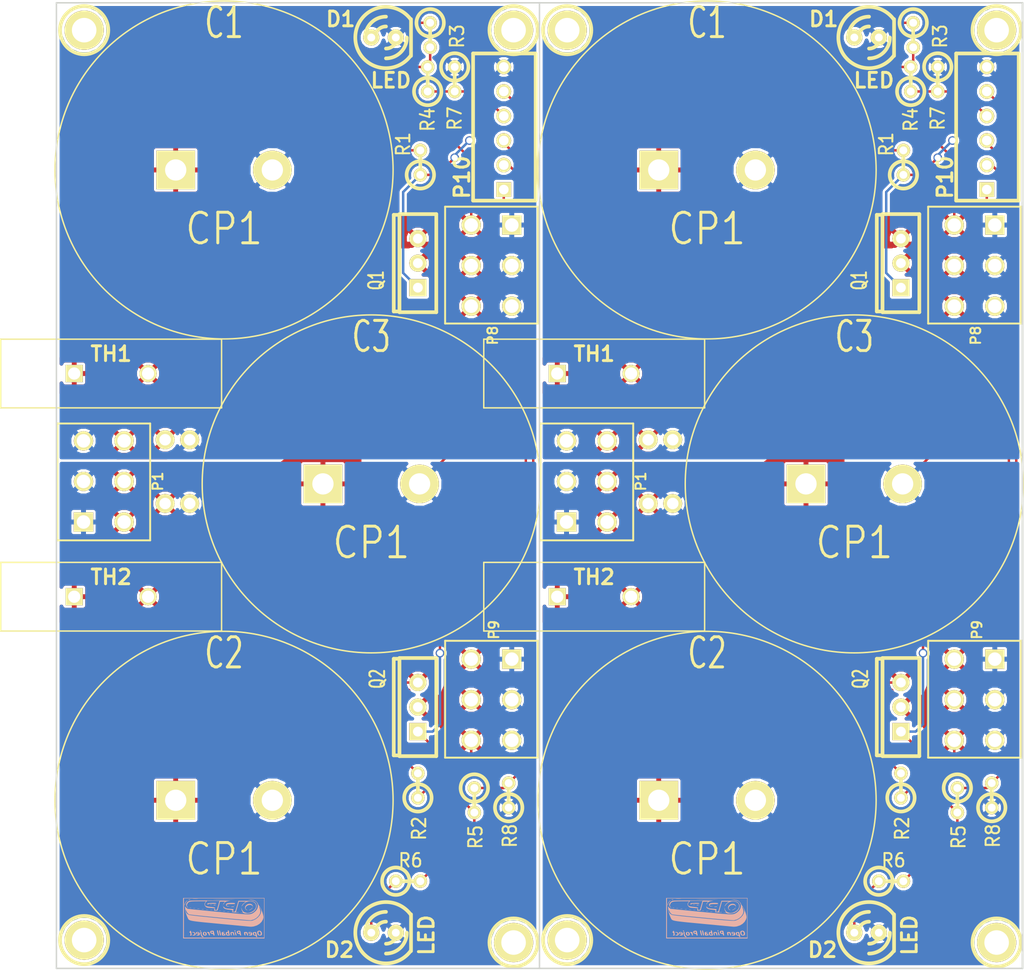
<source format=kicad_pcb>
(kicad_pcb (version 3) (host pcbnew "(2013-07-07 BZR 4022)-stable")
  (title_block (title "Solenoid Driver (Gen 2)") (rev -) (company "Open Pinball Project"))
  (layers (15 F.Cu signal) (0 B.Cu signal) (18 B.Paste user) (19 F.Paste user) (20 B.SilkS user) (21 F.SilkS user) (22 B.Mask user) (23 F.Mask user) (28 Edge.Cuts user))
  (net 0 "")
  (net 1 +48V1)
  (net 2 +48V2)
  (net 3 GND1)
  (net 4 GND2)
  (net 5 N-000001)
  (net 6 N-0000010)
  (net 7 N-0000011)
  (net 8 N-0000012)
  (net 9 N-000002)
  (net 10 N-000003)
  (net 11 N-000004)
  (net 12 N-000005)
  (net 13 N-000007)
  (net 14 N-000008)
  (module opp_logo_backsilk (layer F.Cu) (at 167.348 144.78)
    (fp_text reference VAL hide)
    (fp_text value REF hide)
  )
  (module R1 (layer F.Cu) (at 191.224 57.912 270)
    (fp_text reference R7 (at 4.064 0 270) (layer F.SilkS) (effects (font (size 1.397 1.27) (thickness 0.2032))))
    (fp_text value 100K hide)
    (pad 1 thru_hole circle (at -1.27 0 270) (size 1.397 1.397) (drill 0.8128) (layers *.Cu *.Mask F.SilkS) (net 4 GND2))
    (pad 2 thru_hole circle (at 1.27 0 270) (size 1.397 1.397) (drill 0.8128) (layers *.Cu *.Mask F.SilkS) (net 6 N-0000010))
  )
  (module R1 (layer F.Cu) (at 188.43 57.912 90)
    (fp_text reference R4 (at -4.191 0 90) (layer F.SilkS) (effects (font (size 1.397 1.27) (thickness 0.2032))))
    (fp_text value 900K hide)
    (pad 1 thru_hole circle (at -1.27 0 90) (size 1.397 1.397) (drill 0.8128) (layers *.Cu *.Mask F.SilkS) (net 6 N-0000010))
    (pad 2 thru_hole circle (at 1.27 0 90) (size 1.397 1.397) (drill 0.8128) (layers *.Cu *.Mask F.SilkS) (net 12 N-000005))
  )
  (module R1 (layer F.Cu) (at 188.684 53.34 270)
    (fp_text reference R3 (at 0.127 -2.794 270) (layer F.SilkS) (effects (font (size 1.397 1.27) (thickness 0.2032))))
    (fp_text value 100K hide)
    (pad 1 thru_hole circle (at -1.27 0 270) (size 1.397 1.397) (drill 0.8128) (layers *.Cu *.Mask F.SilkS) (net 9 N-000002))
    (pad 2 thru_hole circle (at 1.27 0 270) (size 1.397 1.397) (drill 0.8128) (layers *.Cu *.Mask F.SilkS) (net 12 N-000005))
  )
  (module R1 (layer F.Cu) (at 196.812 132.08 90)
    (fp_text reference R8 (at -4.191 0.127 90) (layer F.SilkS) (effects (font (size 1.397 1.27) (thickness 0.2032))))
    (fp_text value 100K hide)
    (pad 1 thru_hole circle (at -1.27 0 90) (size 1.397 1.397) (drill 0.8128) (layers *.Cu *.Mask F.SilkS) (net 3 GND1))
    (pad 2 thru_hole circle (at 1.27 0 90) (size 1.397 1.397) (drill 0.8128) (layers *.Cu *.Mask F.SilkS) (net 7 N-0000011))
  )
  (module R1 (layer F.Cu) (at 193.256 132.588 270)
    (fp_text reference R5 (at 3.81 -0.127 270) (layer F.SilkS) (effects (font (size 1.397 1.27) (thickness 0.2032))))
    (fp_text value 900K hide)
    (pad 1 thru_hole circle (at -1.27 0 270) (size 1.397 1.397) (drill 0.8128) (layers *.Cu *.Mask F.SilkS) (net 7 N-0000011))
    (pad 2 thru_hole circle (at 1.27 0 270) (size 1.397 1.397) (drill 0.8128) (layers *.Cu *.Mask F.SilkS) (net 11 N-000004))
  )
  (module R1 (layer F.Cu) (at 186.398 140.97)
    (fp_text reference R6 (at 0.254 -2.159) (layer F.SilkS) (effects (font (size 1.397 1.27) (thickness 0.2032))))
    (fp_text value 100K hide)
    (pad 1 thru_hole circle (at -1.27 0) (size 1.397 1.397) (drill 0.8128) (layers *.Cu *.Mask F.SilkS) (net 5 N-000001))
    (pad 2 thru_hole circle (at 1.27 0) (size 1.397 1.397) (drill 0.8128) (layers *.Cu *.Mask F.SilkS) (net 11 N-000004))
  )
  (module R1 (layer F.Cu) (at 187.668 66.548 90)
    (fp_text reference R1 (at 1.905 -1.778 90) (layer F.SilkS) (effects (font (size 1.397 1.27) (thickness 0.2032))))
    (fp_text value 100K hide)
    (pad 1 thru_hole circle (at -1.27 0 90) (size 1.397 1.397) (drill 0.8128) (layers *.Cu *.Mask F.SilkS) (net 14 N-000008))
    (pad 2 thru_hole circle (at 1.27 0 90) (size 1.397 1.397) (drill 0.8128) (layers *.Cu *.Mask F.SilkS) (net 10 N-000003))
  )
  (module R1 (layer F.Cu) (at 187.414 131.064 90)
    (fp_text reference R2 (at -4.445 0.127 90) (layer F.SilkS) (effects (font (size 1.397 1.27) (thickness 0.2032))))
    (fp_text value 100K hide)
    (pad 1 thru_hole circle (at -1.27 0 90) (size 1.397 1.397) (drill 0.8128) (layers *.Cu *.Mask F.SilkS) (net 13 N-000007))
    (pad 2 thru_hole circle (at 1.27 0 90) (size 1.397 1.397) (drill 0.8128) (layers *.Cu *.Mask F.SilkS) (net 8 N-0000012))
  )
  (module 00_to220_vert_gds (layer F.Cu) (at 187.414 122.936)
    (fp_text reference Q2 (at -4.191 -2.921 90) (layer F.SilkS) (effects (font (size 1.524 1.016) (thickness 0.2032))))
    (fp_text value MOSFET_P hide)
    (pad S thru_hole circle (at 0 -2.54) (size 1.778 1.778) (drill 1.016) (layers *.Cu *.Mask F.SilkS) (net 8 N-0000012))
    (pad D thru_hole circle (at 0 0) (size 1.778 1.778) (drill 1.016) (layers *.Cu *.Mask F.SilkS) (net 11 N-000004))
    (pad G thru_hole rect (at 0 2.54) (size 1.778 1.778) (drill 1.016) (layers *.Cu *.Mask F.SilkS) (net 13 N-000007))
  )
  (module 00_to220_vert_gds (layer F.Cu) (at 187.414 76.962)
    (fp_text reference Q1 (at -4.318 1.778 90) (layer F.SilkS) (effects (font (size 1.524 1.016) (thickness 0.2032))))
    (fp_text value MOSFET_P hide)
    (pad S thru_hole circle (at 0 -2.54) (size 1.778 1.778) (drill 1.016) (layers *.Cu *.Mask F.SilkS) (net 10 N-000003))
    (pad D thru_hole circle (at 0 0) (size 1.778 1.778) (drill 1.016) (layers *.Cu *.Mask F.SilkS) (net 12 N-000005))
    (pad G thru_hole rect (at 0 2.54) (size 1.778 1.778) (drill 1.016) (layers *.Cu *.Mask F.SilkS) (net 14 N-000008))
  )
  (module 00_th2x3x4.2mm_cheap (layer F.Cu) (at 154.902 99.568 270)
    (fp_text reference P1 (at 0 -5.6007 270) (layer F.SilkS) (effects (font (size 1.016 1.016) (thickness 0.2032))))
    (fp_text value CONN2X3MOLEX hide)
    (pad 1 thru_hole rect (at 4.20116 2.1 270) (size 1.99898 1.99898) (drill 1.39954) (layers *.Cu *.Mask F.SilkS) (net 3 GND1))
    (pad 2 thru_hole circle (at 0 2.1 270) (size 2 2) (drill 1.39954) (layers *.Cu *.Mask F.SilkS) (net 3 GND1))
    (pad 3 thru_hole circle (at -4.20116 2.1 270) (size 1.99898 1.99898) (drill 1.39954) (layers *.Cu *.Mask F.SilkS) (net 4 GND2))
    (pad 4 thru_hole circle (at 4.20116 -2.1 270) (size 1.99898 1.99898) (drill 1.39954) (layers *.Cu *.Mask F.SilkS) (net 1 +48V1))
    (pad 5 thru_hole circle (at 0 -2.1 270) (size 1.99898 1.99898) (drill 1.39954) (layers *.Cu *.Mask F.SilkS) (net 1 +48V1))
    (pad 6 thru_hole circle (at -4.20116 -2.1 270) (size 1.99898 1.99898) (drill 1.39954) (layers *.Cu *.Mask F.SilkS) (net 2 +48V2))
  )
  (module 00_th2x3x4.2mm_cheap (layer F.Cu) (at 195.034 77.216 90)
    (fp_text reference P8 (at -7.239 0.127 90) (layer F.SilkS) (effects (font (size 1.016 1.016) (thickness 0.2032))))
    (fp_text value CONN2X3MOLEX hide)
    (pad 1 thru_hole rect (at 4.20116 2.1 90) (size 1.99898 1.99898) (drill 1.39954) (layers *.Cu *.Mask F.SilkS) (net 4 GND2))
    (pad 2 thru_hole circle (at 0 2.1 90) (size 2 2) (drill 1.39954) (layers *.Cu *.Mask F.SilkS) (net 4 GND2))
    (pad 3 thru_hole circle (at -4.20116 2.1 90) (size 1.99898 1.99898) (drill 1.39954) (layers *.Cu *.Mask F.SilkS) (net 4 GND2))
    (pad 4 thru_hole circle (at 4.20116 -2.1 90) (size 1.99898 1.99898) (drill 1.39954) (layers *.Cu *.Mask F.SilkS) (net 12 N-000005))
    (pad 5 thru_hole circle (at 0 -2.1 90) (size 1.99898 1.99898) (drill 1.39954) (layers *.Cu *.Mask F.SilkS) (net 12 N-000005))
    (pad 6 thru_hole circle (at -4.20116 -2.1 90) (size 1.99898 1.99898) (drill 1.39954) (layers *.Cu *.Mask F.SilkS) (net 12 N-000005))
  )
  (module 00_th2x3x4.2mm_cheap (layer F.Cu) (at 195.034 122.174 90)
    (fp_text reference P9 (at 7.239 0.254 90) (layer F.SilkS) (effects (font (size 1.016 1.016) (thickness 0.2032))))
    (fp_text value CONN2X3MOLEX hide)
    (pad 1 thru_hole rect (at 4.20116 2.1 90) (size 1.99898 1.99898) (drill 1.39954) (layers *.Cu *.Mask F.SilkS) (net 3 GND1))
    (pad 2 thru_hole circle (at 0 2.1 90) (size 2 2) (drill 1.39954) (layers *.Cu *.Mask F.SilkS) (net 3 GND1))
    (pad 3 thru_hole circle (at -4.20116 2.1 90) (size 1.99898 1.99898) (drill 1.39954) (layers *.Cu *.Mask F.SilkS) (net 3 GND1))
    (pad 4 thru_hole circle (at 4.20116 -2.1 90) (size 1.99898 1.99898) (drill 1.39954) (layers *.Cu *.Mask F.SilkS) (net 11 N-000004))
    (pad 5 thru_hole circle (at 0 -2.1 90) (size 1.99898 1.99898) (drill 1.39954) (layers *.Cu *.Mask F.SilkS) (net 11 N-000004))
    (pad 6 thru_hole circle (at -4.20116 -2.1 90) (size 1.99898 1.99898) (drill 1.39954) (layers *.Cu *.Mask F.SilkS) (net 11 N-000004))
  )
  (module 00_th1x6x100-lock (layer F.Cu) (at 196.304 62.992 90)
    (fp_text reference P10 (at -5.08 -4.318 90) (layer F.SilkS) (effects (font (size 1.524 1.524) (thickness 0.3048))))
    (fp_text value CONN_6 hide)
    (pad 1 thru_hole rect (at -6.35 0 90) (size 1.524 1.524) (drill 1.00076) (layers *.Cu *.Mask F.SilkS) (net 3 GND1))
    (pad 2 thru_hole circle (at -3.81 0 90) (size 1.524 1.524) (drill 1.00076) (layers *.Cu *.Mask F.SilkS) (net 13 N-000007))
    (pad 3 thru_hole circle (at -1.27 0 90) (size 1.524 1.524) (drill 1.00076) (layers *.Cu *.Mask F.SilkS) (net 7 N-0000011))
    (pad 4 thru_hole circle (at 1.27 0 90) (size 1.524 1.524) (drill 1.00076) (layers *.Cu *.Mask F.SilkS) (net 6 N-0000010))
    (pad 5 thru_hole circle (at 3.81 0 90) (size 1.524 1.524) (drill 1.00076) (layers *.Cu *.Mask F.SilkS) (net 14 N-000008))
    (pad 6 thru_hole circle (at 6.35 0 90) (size 1.524 1.524) (drill 1.00076) (layers *.Cu *.Mask F.SilkS) (net 4 GND2))
  )
  (module 00_mtg_hole-2-56 (layer F.Cu) (at 152.87 52.832)
    (fp_text reference P12 hide)
    (fp_text value TST hide)
    (pad 1 thru_hole circle (at 0 0) (size 4.064 4.064) (drill 2.54) (layers *.Cu *.Mask F.SilkS))
  )
  (module 00_mtg_hole-2-56 (layer F.Cu) (at 152.87 147.066)
    (fp_text reference P11 hide)
    (fp_text value TST hide)
    (pad 1 thru_hole circle (at 0 0) (size 4.064 4.064) (drill 2.54) (layers *.Cu *.Mask F.SilkS))
  )
  (module 00_mtg_hole-2-56 (layer F.Cu) (at 197.32 147.32)
    (fp_text reference P13 hide)
    (fp_text value TST hide)
    (pad 1 thru_hole circle (at 0 0) (size 4.064 4.064) (drill 2.54) (layers *.Cu *.Mask F.SilkS))
  )
  (module 00_mtg_hole-2-56 (layer F.Cu) (at 197.32 52.832)
    (fp_text reference P14 hide)
    (fp_text value TST hide)
    (pad 1 thru_hole circle (at 0 0) (size 4.064 4.064) (drill 2.54) (layers *.Cu *.Mask F.SilkS))
  )
  (module 00_mtg_hole-18awg (layer F.Cu) (at 161.252 95.25)
    (fp_text reference P4 hide)
    (fp_text value TST hide)
    (pad 1 thru_hole circle (at 0 0) (size 1.9558 1.9558) (drill 1.1938) (layers *.Cu *.Mask F.SilkS) (net 2 +48V2))
  )
  (module 00_mtg_hole-18awg (layer F.Cu) (at 161.252 101.854)
    (fp_text reference P7 hide)
    (fp_text value TST hide)
    (pad 1 thru_hole circle (at 0 0) (size 1.9558 1.9558) (drill 1.1938) (layers *.Cu *.Mask F.SilkS) (net 1 +48V1))
  )
  (module 00_led-5mm (layer F.Cu) (at 183.858 146.304)
    (fp_text reference D2 (at -4.572 1.778) (layer F.SilkS) (effects (font (size 1.524 1.524) (thickness 0.3048))))
    (fp_text value LED (at 4.445 0.254 90) (layer F.SilkS) (effects (font (size 1.524 1.524) (thickness 0.3048))))
    (pad 1 thru_hole circle (at -1.27 0) (size 1.6764 1.6764) (drill 0.8128) (layers *.Cu *.Mask F.SilkS) (net 5 N-000001))
    (pad 2 thru_hole circle (at 1.27 0) (size 1.6764 1.6764) (drill 0.8128) (layers *.Cu *.Mask F.SilkS) (net 3 GND1))
  )
  (module 00_led-5mm (layer F.Cu) (at 183.858 53.594)
    (fp_text reference D1 (at -4.445 -1.905) (layer F.SilkS) (effects (font (size 1.524 1.524) (thickness 0.3048))))
    (fp_text value LED (at 0.762 4.445) (layer F.SilkS) (effects (font (size 1.524 1.524) (thickness 0.3048))))
    (pad 1 thru_hole circle (at -1.27 0) (size 1.6764 1.6764) (drill 0.8128) (layers *.Cu *.Mask F.SilkS) (net 9 N-000002))
    (pad 2 thru_hole circle (at 1.27 0) (size 1.6764 1.6764) (drill 0.8128) (layers *.Cu *.Mask F.SilkS) (net 4 GND2))
  )
  (module 00_c10mm_3.5cm (layer F.Cu) (at 167.348 132.588)
    (fp_text reference C2 (at 0 -15.24) (layer F.SilkS) (effects (font (size 3.12166 2.0447) (thickness 0.3048))))
    (fp_text value CP1 (at 0 6.096) (layer F.SilkS) (effects (font (size 3.16992 2.70764) (thickness 0.3048))))
    (pad 2 thru_hole circle (at 5.00126 0) (size 4.0005 4.0005) (drill 2.19964) (layers *.Cu *.Mask F.SilkS) (net 3 GND1))
    (pad 1 thru_hole rect (at -5.00126 0) (size 4.0005 4.0005) (drill 2.19964) (layers *.Cu *.Mask F.SilkS) (net 8 N-0000012))
  )
  (module 00_c10mm_3.5cm (layer F.Cu) (at 167.348 67.31)
    (fp_text reference C1 (at 0 -15.24) (layer F.SilkS) (effects (font (size 3.12166 2.0447) (thickness 0.3048))))
    (fp_text value CP1 (at 0 6.096) (layer F.SilkS) (effects (font (size 3.16992 2.70764) (thickness 0.3048))))
    (pad 2 thru_hole circle (at 5.00126 0) (size 4.0005 4.0005) (drill 2.19964) (layers *.Cu *.Mask F.SilkS) (net 4 GND2))
    (pad 1 thru_hole rect (at -5.00126 0) (size 4.0005 4.0005) (drill 2.19964) (layers *.Cu *.Mask F.SilkS) (net 10 N-000003))
  )
  (module 00_c10mm_3.5cm (layer F.Cu) (at 182.588 99.822)
    (fp_text reference C3 (at 0 -15.24) (layer F.SilkS) (effects (font (size 3.12166 2.0447) (thickness 0.3048))))
    (fp_text value CP1 (at 0 6.096) (layer F.SilkS) (effects (font (size 3.16992 2.70764) (thickness 0.3048))))
    (pad 2 thru_hole circle (at 5.00126 0) (size 4.0005 4.0005) (drill 2.19964) (layers *.Cu *.Mask F.SilkS) (net 3 GND1))
    (pad 1 thru_hole rect (at -5.00126 0) (size 4.0005 4.0005) (drill 2.19964) (layers *.Cu *.Mask F.SilkS) (net 8 N-0000012))
  )
  (module 00_th1x2x310 (layer F.Cu) (at 155.664 111.506)
    (fp_text reference TH2 (at 0 -2.032) (layer F.SilkS) (effects (font (size 1.524 1.524) (thickness 0.3048))))
    (fp_text value THERMISTOR hide)
    (pad 1 thru_hole rect (at -3.8227 0) (size 1.778 1.778) (drill 1.27) (layers *.Cu *.Mask F.SilkS) (net 1 +48V1))
    (pad 2 thru_hole circle (at 3.8227 0) (size 1.778 1.778) (drill 1.27) (layers *.Cu *.Mask F.SilkS) (net 8 N-0000012))
  )
  (module 00_th1x2x310 (layer F.Cu) (at 155.664 88.392)
    (fp_text reference TH1 (at 0 -2.032) (layer F.SilkS) (effects (font (size 1.524 1.524) (thickness 0.3048))))
    (fp_text value THERMISTOR hide)
    (pad 1 thru_hole rect (at -3.8227 0) (size 1.778 1.778) (drill 1.27) (layers *.Cu *.Mask F.SilkS) (net 2 +48V2))
    (pad 2 thru_hole circle (at 3.8227 0) (size 1.778 1.778) (drill 1.27) (layers *.Cu *.Mask F.SilkS) (net 10 N-000003))
  )
  (module 00_mtg_hole-18awg (layer F.Cu) (at 163.792 95.25)
    (fp_text reference P15 hide)
    (fp_text value TST hide)
    (pad 1 thru_hole circle (at 0 0) (size 1.9558 1.9558) (drill 1.1938) (layers *.Cu *.Mask F.SilkS) (net 4 GND2))
  )
  (module 00_mtg_hole-18awg (layer F.Cu) (at 163.792 101.854)
    (fp_text reference P16 hide)
    (fp_text value TST hide)
    (pad 1 thru_hole circle (at 0 0) (size 1.9558 1.9558) (drill 1.1938) (layers *.Cu *.Mask F.SilkS) (net 3 GND1))
  )
  (module opp_logo_backsilk (layer F.Cu) (at 117.348 144.78)
    (fp_text reference VAL hide)
    (fp_text value REF hide)
  )
  (module R1 (layer F.Cu) (at 141.224 57.912 270)
    (fp_text reference R7 (at 4.064 0 270) (layer F.SilkS) (effects (font (size 1.397 1.27) (thickness 0.2032))))
    (fp_text value 100K hide)
    (pad 1 thru_hole circle (at -1.27 0 270) (size 1.397 1.397) (drill 0.8128) (layers *.Cu *.Mask F.SilkS) (net 4 GND2))
    (pad 2 thru_hole circle (at 1.27 0 270) (size 1.397 1.397) (drill 0.8128) (layers *.Cu *.Mask F.SilkS) (net 6 N-0000010))
  )
  (module R1 (layer F.Cu) (at 138.43 57.912 90)
    (fp_text reference R4 (at -4.191 0 90) (layer F.SilkS) (effects (font (size 1.397 1.27) (thickness 0.2032))))
    (fp_text value 900K hide)
    (pad 1 thru_hole circle (at -1.27 0 90) (size 1.397 1.397) (drill 0.8128) (layers *.Cu *.Mask F.SilkS) (net 6 N-0000010))
    (pad 2 thru_hole circle (at 1.27 0 90) (size 1.397 1.397) (drill 0.8128) (layers *.Cu *.Mask F.SilkS) (net 12 N-000005))
  )
  (module R1 (layer F.Cu) (at 138.684 53.34 270)
    (fp_text reference R3 (at 0.127 -2.794 270) (layer F.SilkS) (effects (font (size 1.397 1.27) (thickness 0.2032))))
    (fp_text value 100K hide)
    (pad 1 thru_hole circle (at -1.27 0 270) (size 1.397 1.397) (drill 0.8128) (layers *.Cu *.Mask F.SilkS) (net 9 N-000002))
    (pad 2 thru_hole circle (at 1.27 0 270) (size 1.397 1.397) (drill 0.8128) (layers *.Cu *.Mask F.SilkS) (net 12 N-000005))
  )
  (module R1 (layer F.Cu) (at 146.812 132.08 90)
    (fp_text reference R8 (at -4.191 0.127 90) (layer F.SilkS) (effects (font (size 1.397 1.27) (thickness 0.2032))))
    (fp_text value 100K hide)
    (pad 1 thru_hole circle (at -1.27 0 90) (size 1.397 1.397) (drill 0.8128) (layers *.Cu *.Mask F.SilkS) (net 3 GND1))
    (pad 2 thru_hole circle (at 1.27 0 90) (size 1.397 1.397) (drill 0.8128) (layers *.Cu *.Mask F.SilkS) (net 7 N-0000011))
  )
  (module R1 (layer F.Cu) (at 143.256 132.588 270)
    (fp_text reference R5 (at 3.81 -0.127 270) (layer F.SilkS) (effects (font (size 1.397 1.27) (thickness 0.2032))))
    (fp_text value 900K hide)
    (pad 1 thru_hole circle (at -1.27 0 270) (size 1.397 1.397) (drill 0.8128) (layers *.Cu *.Mask F.SilkS) (net 7 N-0000011))
    (pad 2 thru_hole circle (at 1.27 0 270) (size 1.397 1.397) (drill 0.8128) (layers *.Cu *.Mask F.SilkS) (net 11 N-000004))
  )
  (module R1 (layer F.Cu) (at 136.398 140.97)
    (fp_text reference R6 (at 0.254 -2.159) (layer F.SilkS) (effects (font (size 1.397 1.27) (thickness 0.2032))))
    (fp_text value 100K hide)
    (pad 1 thru_hole circle (at -1.27 0) (size 1.397 1.397) (drill 0.8128) (layers *.Cu *.Mask F.SilkS) (net 5 N-000001))
    (pad 2 thru_hole circle (at 1.27 0) (size 1.397 1.397) (drill 0.8128) (layers *.Cu *.Mask F.SilkS) (net 11 N-000004))
  )
  (module R1 (layer F.Cu) (at 137.668 66.548 90)
    (fp_text reference R1 (at 1.905 -1.778 90) (layer F.SilkS) (effects (font (size 1.397 1.27) (thickness 0.2032))))
    (fp_text value 100K hide)
    (pad 1 thru_hole circle (at -1.27 0 90) (size 1.397 1.397) (drill 0.8128) (layers *.Cu *.Mask F.SilkS) (net 14 N-000008))
    (pad 2 thru_hole circle (at 1.27 0 90) (size 1.397 1.397) (drill 0.8128) (layers *.Cu *.Mask F.SilkS) (net 10 N-000003))
  )
  (module R1 (layer F.Cu) (at 137.414 131.064 90)
    (fp_text reference R2 (at -4.445 0.127 90) (layer F.SilkS) (effects (font (size 1.397 1.27) (thickness 0.2032))))
    (fp_text value 100K hide)
    (pad 1 thru_hole circle (at -1.27 0 90) (size 1.397 1.397) (drill 0.8128) (layers *.Cu *.Mask F.SilkS) (net 13 N-000007))
    (pad 2 thru_hole circle (at 1.27 0 90) (size 1.397 1.397) (drill 0.8128) (layers *.Cu *.Mask F.SilkS) (net 8 N-0000012))
  )
  (module 00_to220_vert_gds (layer F.Cu) (at 137.414 122.936)
    (fp_text reference Q2 (at -4.191 -2.921 90) (layer F.SilkS) (effects (font (size 1.524 1.016) (thickness 0.2032))))
    (fp_text value MOSFET_P hide)
    (pad S thru_hole circle (at 0 -2.54) (size 1.778 1.778) (drill 1.016) (layers *.Cu *.Mask F.SilkS) (net 8 N-0000012))
    (pad D thru_hole circle (at 0 0) (size 1.778 1.778) (drill 1.016) (layers *.Cu *.Mask F.SilkS) (net 11 N-000004))
    (pad G thru_hole rect (at 0 2.54) (size 1.778 1.778) (drill 1.016) (layers *.Cu *.Mask F.SilkS) (net 13 N-000007))
  )
  (module 00_to220_vert_gds (layer F.Cu) (at 137.414 76.962)
    (fp_text reference Q1 (at -4.318 1.778 90) (layer F.SilkS) (effects (font (size 1.524 1.016) (thickness 0.2032))))
    (fp_text value MOSFET_P hide)
    (pad S thru_hole circle (at 0 -2.54) (size 1.778 1.778) (drill 1.016) (layers *.Cu *.Mask F.SilkS) (net 10 N-000003))
    (pad D thru_hole circle (at 0 0) (size 1.778 1.778) (drill 1.016) (layers *.Cu *.Mask F.SilkS) (net 12 N-000005))
    (pad G thru_hole rect (at 0 2.54) (size 1.778 1.778) (drill 1.016) (layers *.Cu *.Mask F.SilkS) (net 14 N-000008))
  )
  (module 00_th2x3x4.2mm_cheap (layer F.Cu) (at 104.902 99.568 270)
    (fp_text reference P1 (at 0 -5.6007 270) (layer F.SilkS) (effects (font (size 1.016 1.016) (thickness 0.2032))))
    (fp_text value CONN2X3MOLEX hide)
    (pad 1 thru_hole rect (at 4.20116 2.1 270) (size 1.99898 1.99898) (drill 1.39954) (layers *.Cu *.Mask F.SilkS) (net 3 GND1))
    (pad 2 thru_hole circle (at 0 2.1 270) (size 2 2) (drill 1.39954) (layers *.Cu *.Mask F.SilkS) (net 3 GND1))
    (pad 3 thru_hole circle (at -4.20116 2.1 270) (size 1.99898 1.99898) (drill 1.39954) (layers *.Cu *.Mask F.SilkS) (net 4 GND2))
    (pad 4 thru_hole circle (at 4.20116 -2.1 270) (size 1.99898 1.99898) (drill 1.39954) (layers *.Cu *.Mask F.SilkS) (net 1 +48V1))
    (pad 5 thru_hole circle (at 0 -2.1 270) (size 1.99898 1.99898) (drill 1.39954) (layers *.Cu *.Mask F.SilkS) (net 1 +48V1))
    (pad 6 thru_hole circle (at -4.20116 -2.1 270) (size 1.99898 1.99898) (drill 1.39954) (layers *.Cu *.Mask F.SilkS) (net 2 +48V2))
  )
  (module 00_th2x3x4.2mm_cheap (layer F.Cu) (at 145.034 77.216 90)
    (fp_text reference P8 (at -7.239 0.127 90) (layer F.SilkS) (effects (font (size 1.016 1.016) (thickness 0.2032))))
    (fp_text value CONN2X3MOLEX hide)
    (pad 1 thru_hole rect (at 4.20116 2.1 90) (size 1.99898 1.99898) (drill 1.39954) (layers *.Cu *.Mask F.SilkS) (net 4 GND2))
    (pad 2 thru_hole circle (at 0 2.1 90) (size 2 2) (drill 1.39954) (layers *.Cu *.Mask F.SilkS) (net 4 GND2))
    (pad 3 thru_hole circle (at -4.20116 2.1 90) (size 1.99898 1.99898) (drill 1.39954) (layers *.Cu *.Mask F.SilkS) (net 4 GND2))
    (pad 4 thru_hole circle (at 4.20116 -2.1 90) (size 1.99898 1.99898) (drill 1.39954) (layers *.Cu *.Mask F.SilkS) (net 12 N-000005))
    (pad 5 thru_hole circle (at 0 -2.1 90) (size 1.99898 1.99898) (drill 1.39954) (layers *.Cu *.Mask F.SilkS) (net 12 N-000005))
    (pad 6 thru_hole circle (at -4.20116 -2.1 90) (size 1.99898 1.99898) (drill 1.39954) (layers *.Cu *.Mask F.SilkS) (net 12 N-000005))
  )
  (module 00_th2x3x4.2mm_cheap (layer F.Cu) (at 145.034 122.174 90)
    (fp_text reference P9 (at 7.239 0.254 90) (layer F.SilkS) (effects (font (size 1.016 1.016) (thickness 0.2032))))
    (fp_text value CONN2X3MOLEX hide)
    (pad 1 thru_hole rect (at 4.20116 2.1 90) (size 1.99898 1.99898) (drill 1.39954) (layers *.Cu *.Mask F.SilkS) (net 3 GND1))
    (pad 2 thru_hole circle (at 0 2.1 90) (size 2 2) (drill 1.39954) (layers *.Cu *.Mask F.SilkS) (net 3 GND1))
    (pad 3 thru_hole circle (at -4.20116 2.1 90) (size 1.99898 1.99898) (drill 1.39954) (layers *.Cu *.Mask F.SilkS) (net 3 GND1))
    (pad 4 thru_hole circle (at 4.20116 -2.1 90) (size 1.99898 1.99898) (drill 1.39954) (layers *.Cu *.Mask F.SilkS) (net 11 N-000004))
    (pad 5 thru_hole circle (at 0 -2.1 90) (size 1.99898 1.99898) (drill 1.39954) (layers *.Cu *.Mask F.SilkS) (net 11 N-000004))
    (pad 6 thru_hole circle (at -4.20116 -2.1 90) (size 1.99898 1.99898) (drill 1.39954) (layers *.Cu *.Mask F.SilkS) (net 11 N-000004))
  )
  (module 00_th1x6x100-lock (layer F.Cu) (at 146.304 62.992 90)
    (fp_text reference P10 (at -5.08 -4.318 90) (layer F.SilkS) (effects (font (size 1.524 1.524) (thickness 0.3048))))
    (fp_text value CONN_6 hide)
    (pad 1 thru_hole rect (at -6.35 0 90) (size 1.524 1.524) (drill 1.00076) (layers *.Cu *.Mask F.SilkS) (net 3 GND1))
    (pad 2 thru_hole circle (at -3.81 0 90) (size 1.524 1.524) (drill 1.00076) (layers *.Cu *.Mask F.SilkS) (net 13 N-000007))
    (pad 3 thru_hole circle (at -1.27 0 90) (size 1.524 1.524) (drill 1.00076) (layers *.Cu *.Mask F.SilkS) (net 7 N-0000011))
    (pad 4 thru_hole circle (at 1.27 0 90) (size 1.524 1.524) (drill 1.00076) (layers *.Cu *.Mask F.SilkS) (net 6 N-0000010))
    (pad 5 thru_hole circle (at 3.81 0 90) (size 1.524 1.524) (drill 1.00076) (layers *.Cu *.Mask F.SilkS) (net 14 N-000008))
    (pad 6 thru_hole circle (at 6.35 0 90) (size 1.524 1.524) (drill 1.00076) (layers *.Cu *.Mask F.SilkS) (net 4 GND2))
  )
  (module 00_mtg_hole-2-56 (layer F.Cu) (at 102.87 52.832)
    (fp_text reference P12 hide)
    (fp_text value TST hide)
    (pad 1 thru_hole circle (at 0 0) (size 4.064 4.064) (drill 2.54) (layers *.Cu *.Mask F.SilkS))
  )
  (module 00_mtg_hole-2-56 (layer F.Cu) (at 102.87 147.066)
    (fp_text reference P11 hide)
    (fp_text value TST hide)
    (pad 1 thru_hole circle (at 0 0) (size 4.064 4.064) (drill 2.54) (layers *.Cu *.Mask F.SilkS))
  )
  (module 00_mtg_hole-2-56 (layer F.Cu) (at 147.32 147.32)
    (fp_text reference P13 hide)
    (fp_text value TST hide)
    (pad 1 thru_hole circle (at 0 0) (size 4.064 4.064) (drill 2.54) (layers *.Cu *.Mask F.SilkS))
  )
  (module 00_mtg_hole-2-56 (layer F.Cu) (at 147.32 52.832)
    (fp_text reference P14 hide)
    (fp_text value TST hide)
    (pad 1 thru_hole circle (at 0 0) (size 4.064 4.064) (drill 2.54) (layers *.Cu *.Mask F.SilkS))
  )
  (module 00_mtg_hole-18awg (layer F.Cu) (at 111.252 95.25)
    (fp_text reference P4 hide)
    (fp_text value TST hide)
    (pad 1 thru_hole circle (at 0 0) (size 1.9558 1.9558) (drill 1.1938) (layers *.Cu *.Mask F.SilkS) (net 2 +48V2))
  )
  (module 00_mtg_hole-18awg (layer F.Cu) (at 111.252 101.854)
    (fp_text reference P7 hide)
    (fp_text value TST hide)
    (pad 1 thru_hole circle (at 0 0) (size 1.9558 1.9558) (drill 1.1938) (layers *.Cu *.Mask F.SilkS) (net 1 +48V1))
  )
  (module 00_led-5mm (layer F.Cu) (at 133.858 146.304)
    (fp_text reference D2 (at -4.572 1.778) (layer F.SilkS) (effects (font (size 1.524 1.524) (thickness 0.3048))))
    (fp_text value LED (at 4.445 0.254 90) (layer F.SilkS) (effects (font (size 1.524 1.524) (thickness 0.3048))))
    (pad 1 thru_hole circle (at -1.27 0) (size 1.6764 1.6764) (drill 0.8128) (layers *.Cu *.Mask F.SilkS) (net 5 N-000001))
    (pad 2 thru_hole circle (at 1.27 0) (size 1.6764 1.6764) (drill 0.8128) (layers *.Cu *.Mask F.SilkS) (net 3 GND1))
  )
  (module 00_led-5mm (layer F.Cu) (at 133.858 53.594)
    (fp_text reference D1 (at -4.445 -1.905) (layer F.SilkS) (effects (font (size 1.524 1.524) (thickness 0.3048))))
    (fp_text value LED (at 0.762 4.445) (layer F.SilkS) (effects (font (size 1.524 1.524) (thickness 0.3048))))
    (pad 1 thru_hole circle (at -1.27 0) (size 1.6764 1.6764) (drill 0.8128) (layers *.Cu *.Mask F.SilkS) (net 9 N-000002))
    (pad 2 thru_hole circle (at 1.27 0) (size 1.6764 1.6764) (drill 0.8128) (layers *.Cu *.Mask F.SilkS) (net 4 GND2))
  )
  (module 00_c10mm_3.5cm (layer F.Cu) (at 117.348 132.588)
    (fp_text reference C2 (at 0 -15.24) (layer F.SilkS) (effects (font (size 3.12166 2.0447) (thickness 0.3048))))
    (fp_text value CP1 (at 0 6.096) (layer F.SilkS) (effects (font (size 3.16992 2.70764) (thickness 0.3048))))
    (pad 2 thru_hole circle (at 5.00126 0) (size 4.0005 4.0005) (drill 2.19964) (layers *.Cu *.Mask F.SilkS) (net 3 GND1))
    (pad 1 thru_hole rect (at -5.00126 0) (size 4.0005 4.0005) (drill 2.19964) (layers *.Cu *.Mask F.SilkS) (net 8 N-0000012))
  )
  (module 00_c10mm_3.5cm (layer F.Cu) (at 117.348 67.31)
    (fp_text reference C1 (at 0 -15.24) (layer F.SilkS) (effects (font (size 3.12166 2.0447) (thickness 0.3048))))
    (fp_text value CP1 (at 0 6.096) (layer F.SilkS) (effects (font (size 3.16992 2.70764) (thickness 0.3048))))
    (pad 2 thru_hole circle (at 5.00126 0) (size 4.0005 4.0005) (drill 2.19964) (layers *.Cu *.Mask F.SilkS) (net 4 GND2))
    (pad 1 thru_hole rect (at -5.00126 0) (size 4.0005 4.0005) (drill 2.19964) (layers *.Cu *.Mask F.SilkS) (net 10 N-000003))
  )
  (module 00_c10mm_3.5cm (layer F.Cu) (at 132.588 99.822)
    (fp_text reference C3 (at 0 -15.24) (layer F.SilkS) (effects (font (size 3.12166 2.0447) (thickness 0.3048))))
    (fp_text value CP1 (at 0 6.096) (layer F.SilkS) (effects (font (size 3.16992 2.70764) (thickness 0.3048))))
    (pad 2 thru_hole circle (at 5.00126 0) (size 4.0005 4.0005) (drill 2.19964) (layers *.Cu *.Mask F.SilkS) (net 3 GND1))
    (pad 1 thru_hole rect (at -5.00126 0) (size 4.0005 4.0005) (drill 2.19964) (layers *.Cu *.Mask F.SilkS) (net 8 N-0000012))
  )
  (module 00_th1x2x310 (layer F.Cu) (at 105.664 111.506)
    (fp_text reference TH2 (at 0 -2.032) (layer F.SilkS) (effects (font (size 1.524 1.524) (thickness 0.3048))))
    (fp_text value THERMISTOR hide)
    (pad 1 thru_hole rect (at -3.8227 0) (size 1.778 1.778) (drill 1.27) (layers *.Cu *.Mask F.SilkS) (net 1 +48V1))
    (pad 2 thru_hole circle (at 3.8227 0) (size 1.778 1.778) (drill 1.27) (layers *.Cu *.Mask F.SilkS) (net 8 N-0000012))
  )
  (module 00_th1x2x310 (layer F.Cu) (at 105.664 88.392)
    (fp_text reference TH1 (at 0 -2.032) (layer F.SilkS) (effects (font (size 1.524 1.524) (thickness 0.3048))))
    (fp_text value THERMISTOR hide)
    (pad 1 thru_hole rect (at -3.8227 0) (size 1.778 1.778) (drill 1.27) (layers *.Cu *.Mask F.SilkS) (net 2 +48V2))
    (pad 2 thru_hole circle (at 3.8227 0) (size 1.778 1.778) (drill 1.27) (layers *.Cu *.Mask F.SilkS) (net 10 N-000003))
  )
  (module 00_mtg_hole-18awg (layer F.Cu) (at 113.792 95.25)
    (fp_text reference P15 hide)
    (fp_text value TST hide)
    (pad 1 thru_hole circle (at 0 0) (size 1.9558 1.9558) (drill 1.1938) (layers *.Cu *.Mask F.SilkS) (net 4 GND2))
  )
  (module 00_mtg_hole-18awg (layer F.Cu) (at 113.792 101.854)
    (fp_text reference P16 hide)
    (fp_text value TST hide)
    (pad 1 thru_hole circle (at 0 0) (size 1.9558 1.9558) (drill 1.1938) (layers *.Cu *.Mask F.SilkS) (net 3 GND1))
  )
  (gr_line (start 150 150) (end 150 50) (angle 90) (layer Edge.Cuts) (width 0.15))
  (gr_line (start 100 150) (end 200 150) (angle 90) (layer Edge.Cuts) (width 0.15))
  (gr_line (start 100 50) (end 100 150) (angle 90) (layer Edge.Cuts) (width 0.15))
  (gr_line (start 200 50) (end 100 50) (angle 90) (layer Edge.Cuts) (width 0.15))
  (gr_line (start 200 50) (end 200 150) (angle 90) (layer Edge.Cuts) (width 0.15))
  (gr_line (start 200 50) (end 200 150) (angle 90) (layer Edge.Cuts) (width 0.15))
  (gr_line (start 200 50) (end 200 150) (angle 90) (layer Edge.Cuts) (width 0.15))
  (gr_text 1018.0 (at 167.094 148.336) (layer F.Cu) (effects (font (size 1.016 1.016) (thickness 0.254))))
  (gr_text 1018.0 (at 117.094 148.336) (layer F.Cu) (effects (font (size 1.016 1.016) (thickness 0.254))))
  (segment (start 196.304 69.342) (end 196.304 70.358) (width 0.254) (layer F.Cu) (net 3))
  (segment (start 195.542 91.86926) (end 187.58926 99.822) (width 0.254) (layer F.Cu) (net 3))
  (segment (start 195.542 71.12) (end 195.542 91.86926) (width 0.254) (layer F.Cu) (net 3))
  (segment (start 196.304 70.358) (end 195.542 71.12) (width 0.254) (layer F.Cu) (net 3))
  (segment (start 146.304 69.342) (end 146.304 70.358) (width 0.254) (layer F.Cu) (net 3))
  (segment (start 145.542 91.86926) (end 137.58926 99.822) (width 0.254) (layer F.Cu) (net 3))
  (segment (start 145.542 71.12) (end 145.542 91.86926) (width 0.254) (layer F.Cu) (net 3))
  (segment (start 146.304 70.358) (end 145.542 71.12) (width 0.254) (layer F.Cu) (net 3))
  (segment (start 185.128 140.97) (end 182.588 143.51) (width 0.254) (layer F.Cu) (net 5))
  (segment (start 182.588 143.51) (end 182.588 146.304) (width 0.254) (layer F.Cu) (net 5))
  (segment (start 135.128 140.97) (end 132.588 143.51) (width 0.254) (layer F.Cu) (net 5))
  (segment (start 132.588 143.51) (end 132.588 146.304) (width 0.254) (layer F.Cu) (net 5))
  (segment (start 191.224 59.182) (end 193.764 59.182) (width 0.254) (layer F.Cu) (net 6))
  (segment (start 193.764 59.182) (end 196.304 61.722) (width 0.254) (layer F.Cu) (net 6))
  (segment (start 188.43 59.182) (end 191.224 59.182) (width 0.254) (layer F.Cu) (net 6))
  (segment (start 141.224 59.182) (end 143.764 59.182) (width 0.254) (layer F.Cu) (net 6))
  (segment (start 143.764 59.182) (end 146.304 61.722) (width 0.254) (layer F.Cu) (net 6))
  (segment (start 138.43 59.182) (end 141.224 59.182) (width 0.254) (layer F.Cu) (net 6))
  (segment (start 196.304 64.262) (end 196.304 64.516) (width 0.254) (layer F.Cu) (net 7))
  (segment (start 199.352 128.27) (end 196.812 130.81) (width 0.254) (layer F.Cu) (net 7))
  (segment (start 199.352 67.564) (end 199.352 128.27) (width 0.254) (layer F.Cu) (net 7))
  (segment (start 196.304 64.516) (end 199.352 67.564) (width 0.254) (layer F.Cu) (net 7))
  (segment (start 193.256 131.318) (end 196.304 131.318) (width 0.254) (layer F.Cu) (net 7))
  (segment (start 196.304 131.318) (end 196.812 130.81) (width 0.254) (layer F.Cu) (net 7))
  (segment (start 146.304 64.262) (end 146.304 64.516) (width 0.254) (layer F.Cu) (net 7))
  (segment (start 149.352 128.27) (end 146.812 130.81) (width 0.254) (layer F.Cu) (net 7))
  (segment (start 149.352 67.564) (end 149.352 128.27) (width 0.254) (layer F.Cu) (net 7))
  (segment (start 146.304 64.516) (end 149.352 67.564) (width 0.254) (layer F.Cu) (net 7))
  (segment (start 143.256 131.318) (end 146.304 131.318) (width 0.254) (layer F.Cu) (net 7))
  (segment (start 146.304 131.318) (end 146.812 130.81) (width 0.254) (layer F.Cu) (net 7))
  (segment (start 187.414 120.396) (end 185.89 120.396) (width 0.254) (layer F.Cu) (net 8))
  (segment (start 184.874 127.254) (end 187.414 129.794) (width 0.254) (layer F.Cu) (net 8))
  (segment (start 184.874 121.412) (end 184.874 127.254) (width 0.254) (layer F.Cu) (net 8))
  (segment (start 185.89 120.396) (end 184.874 121.412) (width 0.254) (layer F.Cu) (net 8))
  (segment (start 137.414 120.396) (end 135.89 120.396) (width 0.254) (layer F.Cu) (net 8))
  (segment (start 134.874 127.254) (end 137.414 129.794) (width 0.254) (layer F.Cu) (net 8))
  (segment (start 134.874 121.412) (end 134.874 127.254) (width 0.254) (layer F.Cu) (net 8))
  (segment (start 135.89 120.396) (end 134.874 121.412) (width 0.254) (layer F.Cu) (net 8))
  (segment (start 188.684 52.07) (end 184.112 52.07) (width 0.254) (layer F.Cu) (net 9))
  (segment (start 184.112 52.07) (end 182.588 53.594) (width 0.254) (layer F.Cu) (net 9))
  (segment (start 138.684 52.07) (end 134.112 52.07) (width 0.254) (layer F.Cu) (net 9))
  (segment (start 134.112 52.07) (end 132.588 53.594) (width 0.254) (layer F.Cu) (net 9))
  (segment (start 188.938 75.057) (end 188.049 75.057) (width 0.635) (layer F.Cu) (net 10))
  (segment (start 188.049 75.057) (end 187.414 74.422) (width 0.635) (layer F.Cu) (net 10))
  (segment (start 185.255 75.057) (end 186.779 75.057) (width 0.635) (layer F.Cu) (net 10))
  (segment (start 186.779 75.057) (end 187.414 74.422) (width 0.635) (layer F.Cu) (net 10))
  (segment (start 187.414 74.422) (end 185.128 72.136) (width 0.254) (layer F.Cu) (net 10))
  (segment (start 186.144 65.278) (end 187.668 65.278) (width 0.254) (layer F.Cu) (net 10))
  (segment (start 185.128 66.294) (end 186.144 65.278) (width 0.254) (layer F.Cu) (net 10))
  (segment (start 185.128 72.136) (end 185.128 66.294) (width 0.254) (layer F.Cu) (net 10))
  (segment (start 138.938 75.057) (end 138.049 75.057) (width 0.635) (layer F.Cu) (net 10))
  (segment (start 138.049 75.057) (end 137.414 74.422) (width 0.635) (layer F.Cu) (net 10))
  (segment (start 135.255 75.057) (end 136.779 75.057) (width 0.635) (layer F.Cu) (net 10))
  (segment (start 136.779 75.057) (end 137.414 74.422) (width 0.635) (layer F.Cu) (net 10))
  (segment (start 137.414 74.422) (end 135.128 72.136) (width 0.254) (layer F.Cu) (net 10))
  (segment (start 136.144 65.278) (end 137.668 65.278) (width 0.254) (layer F.Cu) (net 10))
  (segment (start 135.128 66.294) (end 136.144 65.278) (width 0.254) (layer F.Cu) (net 10))
  (segment (start 135.128 72.136) (end 135.128 66.294) (width 0.254) (layer F.Cu) (net 10))
  (segment (start 193.256 133.858) (end 193.256 135.382) (width 0.254) (layer F.Cu) (net 11))
  (segment (start 193.256 135.382) (end 187.668 140.97) (width 0.254) (layer F.Cu) (net 11))
  (segment (start 192.934 126.37516) (end 192.934 128.338) (width 0.254) (layer F.Cu) (net 11))
  (segment (start 191.224 131.826) (end 193.256 133.858) (width 0.254) (layer F.Cu) (net 11))
  (segment (start 191.224 130.048) (end 191.224 131.826) (width 0.254) (layer F.Cu) (net 11))
  (segment (start 192.934 128.338) (end 191.224 130.048) (width 0.254) (layer F.Cu) (net 11))
  (segment (start 143.256 133.858) (end 143.256 135.382) (width 0.254) (layer F.Cu) (net 11))
  (segment (start 143.256 135.382) (end 137.668 140.97) (width 0.254) (layer F.Cu) (net 11))
  (segment (start 142.934 126.37516) (end 142.934 128.338) (width 0.254) (layer F.Cu) (net 11))
  (segment (start 141.224 131.826) (end 143.256 133.858) (width 0.254) (layer F.Cu) (net 11))
  (segment (start 141.224 130.048) (end 141.224 131.826) (width 0.254) (layer F.Cu) (net 11))
  (segment (start 142.934 128.338) (end 141.224 130.048) (width 0.254) (layer F.Cu) (net 11))
  (segment (start 190.081 76.2) (end 188.176 76.2) (width 0.635) (layer F.Cu) (net 12))
  (segment (start 188.176 76.2) (end 187.414 76.962) (width 0.635) (layer F.Cu) (net 12))
  (segment (start 192.934 73.01484) (end 192.934 66.226) (width 0.254) (layer F.Cu) (net 12))
  (segment (start 187.414 56.642) (end 188.43 56.642) (width 0.254) (layer F.Cu) (net 12))
  (segment (start 185.89 58.166) (end 187.414 56.642) (width 0.254) (layer F.Cu) (net 12))
  (segment (start 185.89 60.198) (end 185.89 58.166) (width 0.254) (layer F.Cu) (net 12))
  (segment (start 187.668 61.976) (end 185.89 60.198) (width 0.254) (layer F.Cu) (net 12))
  (segment (start 188.684 61.976) (end 187.668 61.976) (width 0.254) (layer F.Cu) (net 12))
  (segment (start 192.934 66.226) (end 188.684 61.976) (width 0.254) (layer F.Cu) (net 12))
  (segment (start 188.684 54.61) (end 188.684 56.388) (width 0.254) (layer F.Cu) (net 12))
  (segment (start 188.684 56.388) (end 188.43 56.642) (width 0.254) (layer F.Cu) (net 12))
  (segment (start 140.081 76.2) (end 138.176 76.2) (width 0.635) (layer F.Cu) (net 12))
  (segment (start 138.176 76.2) (end 137.414 76.962) (width 0.635) (layer F.Cu) (net 12))
  (segment (start 142.934 73.01484) (end 142.934 66.226) (width 0.254) (layer F.Cu) (net 12))
  (segment (start 137.414 56.642) (end 138.43 56.642) (width 0.254) (layer F.Cu) (net 12))
  (segment (start 135.89 58.166) (end 137.414 56.642) (width 0.254) (layer F.Cu) (net 12))
  (segment (start 135.89 60.198) (end 135.89 58.166) (width 0.254) (layer F.Cu) (net 12))
  (segment (start 137.668 61.976) (end 135.89 60.198) (width 0.254) (layer F.Cu) (net 12))
  (segment (start 138.684 61.976) (end 137.668 61.976) (width 0.254) (layer F.Cu) (net 12))
  (segment (start 142.934 66.226) (end 138.684 61.976) (width 0.254) (layer F.Cu) (net 12))
  (segment (start 138.684 54.61) (end 138.684 56.388) (width 0.254) (layer F.Cu) (net 12))
  (segment (start 138.684 56.388) (end 138.43 56.642) (width 0.254) (layer F.Cu) (net 12))
  (segment (start 196.304 66.802) (end 196.812 66.802) (width 0.254) (layer F.Cu) (net 13))
  (segment (start 188.938 125.476) (end 187.414 125.476) (width 0.254) (layer B.Cu) (net 13))
  (segment (start 189.7 124.714) (end 188.938 125.476) (width 0.254) (layer B.Cu) (net 13))
  (segment (start 189.7 117.348) (end 189.7 124.714) (width 0.254) (layer B.Cu) (net 13))
  (via (at 189.7 117.348) (size 0.889) (layers F.Cu B.Cu) (net 13))
  (segment (start 189.7 116.332) (end 189.7 117.348) (width 0.254) (layer F.Cu) (net 13))
  (segment (start 198.59 107.442) (end 189.7 116.332) (width 0.254) (layer F.Cu) (net 13))
  (segment (start 198.59 68.58) (end 198.59 107.442) (width 0.254) (layer F.Cu) (net 13))
  (segment (start 196.812 66.802) (end 198.59 68.58) (width 0.254) (layer F.Cu) (net 13))
  (segment (start 187.414 125.476) (end 188.938 127) (width 0.254) (layer F.Cu) (net 13))
  (segment (start 188.938 130.81) (end 187.414 132.334) (width 0.254) (layer F.Cu) (net 13))
  (segment (start 188.938 127) (end 188.938 130.81) (width 0.254) (layer F.Cu) (net 13))
  (segment (start 146.304 66.802) (end 146.812 66.802) (width 0.254) (layer F.Cu) (net 13))
  (segment (start 138.938 125.476) (end 137.414 125.476) (width 0.254) (layer B.Cu) (net 13))
  (segment (start 139.7 124.714) (end 138.938 125.476) (width 0.254) (layer B.Cu) (net 13))
  (segment (start 139.7 117.348) (end 139.7 124.714) (width 0.254) (layer B.Cu) (net 13))
  (via (at 139.7 117.348) (size 0.889) (layers F.Cu B.Cu) (net 13))
  (segment (start 139.7 116.332) (end 139.7 117.348) (width 0.254) (layer F.Cu) (net 13))
  (segment (start 148.59 107.442) (end 139.7 116.332) (width 0.254) (layer F.Cu) (net 13))
  (segment (start 148.59 68.58) (end 148.59 107.442) (width 0.254) (layer F.Cu) (net 13))
  (segment (start 146.812 66.802) (end 148.59 68.58) (width 0.254) (layer F.Cu) (net 13))
  (segment (start 137.414 125.476) (end 138.938 127) (width 0.254) (layer F.Cu) (net 13))
  (segment (start 138.938 130.81) (end 137.414 132.334) (width 0.254) (layer F.Cu) (net 13))
  (segment (start 138.938 127) (end 138.938 130.81) (width 0.254) (layer F.Cu) (net 13))
  (segment (start 196.304 59.182) (end 197.828 60.706) (width 0.254) (layer F.Cu) (net 14))
  (segment (start 189.446 67.818) (end 187.668 67.818) (width 0.254) (layer F.Cu) (net 14))
  (segment (start 191.224 66.04) (end 189.446 67.818) (width 0.254) (layer F.Cu) (net 14))
  (via (at 191.224 66.04) (size 0.889) (layers F.Cu B.Cu) (net 14))
  (segment (start 191.224 65.786) (end 191.224 66.04) (width 0.254) (layer B.Cu) (net 14))
  (segment (start 192.748 64.262) (end 191.224 65.786) (width 0.254) (layer B.Cu) (net 14))
  (via (at 192.748 64.262) (size 0.889) (layers F.Cu B.Cu) (net 14))
  (segment (start 194.018 62.992) (end 192.748 64.262) (width 0.254) (layer F.Cu) (net 14))
  (segment (start 197.32 62.992) (end 194.018 62.992) (width 0.254) (layer F.Cu) (net 14))
  (segment (start 197.828 62.484) (end 197.32 62.992) (width 0.254) (layer F.Cu) (net 14))
  (segment (start 197.828 60.706) (end 197.828 62.484) (width 0.254) (layer F.Cu) (net 14))
  (segment (start 187.668 67.818) (end 187.16 68.326) (width 0.254) (layer B.Cu) (net 14))
  (segment (start 187.16 68.326) (end 185.89 69.596) (width 0.254) (layer B.Cu) (net 14))
  (segment (start 185.89 77.978) (end 187.414 79.502) (width 0.254) (layer B.Cu) (net 14))
  (segment (start 185.89 69.596) (end 185.89 77.978) (width 0.254) (layer B.Cu) (net 14))
  (segment (start 146.304 59.182) (end 147.828 60.706) (width 0.254) (layer F.Cu) (net 14))
  (segment (start 139.446 67.818) (end 137.668 67.818) (width 0.254) (layer F.Cu) (net 14))
  (segment (start 141.224 66.04) (end 139.446 67.818) (width 0.254) (layer F.Cu) (net 14))
  (via (at 141.224 66.04) (size 0.889) (layers F.Cu B.Cu) (net 14))
  (segment (start 141.224 65.786) (end 141.224 66.04) (width 0.254) (layer B.Cu) (net 14))
  (segment (start 142.748 64.262) (end 141.224 65.786) (width 0.254) (layer B.Cu) (net 14))
  (via (at 142.748 64.262) (size 0.889) (layers F.Cu B.Cu) (net 14))
  (segment (start 144.018 62.992) (end 142.748 64.262) (width 0.254) (layer F.Cu) (net 14))
  (segment (start 147.32 62.992) (end 144.018 62.992) (width 0.254) (layer F.Cu) (net 14))
  (segment (start 147.828 62.484) (end 147.32 62.992) (width 0.254) (layer F.Cu) (net 14))
  (segment (start 147.828 60.706) (end 147.828 62.484) (width 0.254) (layer F.Cu) (net 14))
  (segment (start 137.668 67.818) (end 137.16 68.326) (width 0.254) (layer B.Cu) (net 14))
  (segment (start 137.16 68.326) (end 135.89 69.596) (width 0.254) (layer B.Cu) (net 14))
  (segment (start 135.89 77.978) (end 137.414 79.502) (width 0.254) (layer B.Cu) (net 14))
  (segment (start 135.89 69.596) (end 135.89 77.978) (width 0.254) (layer B.Cu) (net 14))
  (zone (net 1) (net_name +48V1) (layer F.Cu) (connect_pads (clearance 0.254)) (min_thickness 0.381) (fill (arc_segments 16) (thermal_gap 0.254) (thermal_bridge_width 0.508))
    (polygon (pts (xy 162.522 104.394) (xy 157.442 108.712) (xy 153.632 114.3) (xy 150.076 114.3) (xy 150.076 108.966) (xy 154.902 104.902) (xy 154.902 97.79) (xy 158.966 97.79) (xy 162.522 99.06)))
  )
  (zone (net 2) (net_name +48V2) (layer F.Cu) (connect_pads (clearance 0.254)) (min_thickness 0.381) (fill (arc_segments 16) (thermal_gap 0.254) (thermal_bridge_width 0.508))
    (polygon (pts (xy 162.522 96.012) (xy 161.506 97.282) (xy 156.172 97.282) (xy 150.076 90.17) (xy 150.076 86.614) (xy 154.902 86.614) (xy 158.458 91.44) (xy 162.522 93.726)))
  )
  (zone (net 8) (net_name N-0000012) (layer F.Cu) (connect_pads (clearance 0.254)) (min_thickness 0.381) (fill (arc_segments 16) (thermal_gap 0.254) (thermal_bridge_width 0.508))
    (polygon (pts (xy 155.41 114.3) (xy 158.712 108.966) (xy 175.476 95.758) (xy 181.572 95.758) (xy 181.572 103.378) (xy 188.938 118.364) (xy 188.938 121.412) (xy 185.636 121.412) (xy 167.602 130.048) (xy 167.602 136.398) (xy 158.458 136.398) (xy 155.41 114.3)))
  )
  (zone (net 11) (net_name N-000004) (layer F.Cu) (connect_pads (clearance 0.254)) (min_thickness 0.381) (fill (arc_segments 16) (thermal_gap 0.254) (thermal_bridge_width 0.508))
    (polygon (pts (xy 195.034 128.016) (xy 191.732 128.016) (xy 189.2174 124.3838) (xy 186.779 124.333) (xy 186.779 121.666) (xy 189.7 121.666) (xy 191.732 116.586) (xy 195.034 116.586)))
  )
  (zone (net 10) (net_name N-000003) (layer F.Cu) (connect_pads (clearance 0.254)) (min_thickness 0.381) (fill (arc_segments 16) (thermal_gap 0.254) (thermal_bridge_width 0.508))
    (polygon (pts (xy 189.192 71.882) (xy 189.192 75.438) (xy 184.112 75.438) (xy 162.268 90.678) (xy 158.458 90.678) (xy 156.426 86.614) (xy 158.712 79.756) (xy 158.712 64.516) (xy 166.586 64.516) (xy 166.586 68.58) (xy 169.634 71.882)))
  )
  (zone (net 4) (net_name GND2) (layer B.Cu) (connect_pads (clearance 0.254)) (min_thickness 0.381) (fill (arc_segments 16) (thermal_gap 0.254) (thermal_bridge_width 0.508))
    (polygon (pts (xy 199.86 97.282) (xy 150.076 97.282) (xy 150.076 50.038) (xy 199.86 50.038)))
  )
  (zone (net 3) (net_name GND1) (layer B.Cu) (connect_pads (clearance 0.254)) (min_thickness 0.381) (fill (arc_segments 16) (thermal_gap 0.254) (thermal_bridge_width 0.508))
    (polygon (pts (xy 199.86 149.86) (xy 150.076 149.86) (xy 150.076 97.536) (xy 199.86 97.536)))
  )
  (zone (net 12) (net_name N-000005) (layer F.Cu) (connect_pads (clearance 0.254)) (min_thickness 0.381) (fill (arc_segments 16) (thermal_gap 0.254) (thermal_bridge_width 0.508))
    (polygon (pts (xy 194.78 82.931) (xy 191.097 82.931) (xy 189.827 78.359) (xy 186.398 78.359) (xy 186.398 75.946) (xy 189.7 75.946) (xy 191.732 71.374) (xy 194.78 71.374)))
  )
  (zone (net 1) (net_name +48V1) (layer F.Cu) (connect_pads (clearance 0.254)) (min_thickness 0.381) (fill (arc_segments 16) (thermal_gap 0.254) (thermal_bridge_width 0.508))
    (polygon (pts (xy 112.522 104.394) (xy 107.442 108.712) (xy 103.632 114.3) (xy 100.076 114.3) (xy 100.076 108.966) (xy 104.902 104.902) (xy 104.902 97.79) (xy 108.966 97.79) (xy 112.522 99.06)))
  )
  (zone (net 2) (net_name +48V2) (layer F.Cu) (connect_pads (clearance 0.254)) (min_thickness 0.381) (fill (arc_segments 16) (thermal_gap 0.254) (thermal_bridge_width 0.508))
    (polygon (pts (xy 112.522 96.012) (xy 111.506 97.282) (xy 106.172 97.282) (xy 100.076 90.17) (xy 100.076 86.614) (xy 104.902 86.614) (xy 108.458 91.44) (xy 112.522 93.726)))
  )
  (zone (net 8) (net_name N-0000012) (layer F.Cu) (connect_pads (clearance 0.254)) (min_thickness 0.381) (fill (arc_segments 16) (thermal_gap 0.254) (thermal_bridge_width 0.508))
    (polygon (pts (xy 105.41 114.3) (xy 108.712 108.966) (xy 125.476 95.758) (xy 131.572 95.758) (xy 131.572 103.378) (xy 138.938 118.364) (xy 138.938 121.412) (xy 135.636 121.412) (xy 117.602 130.048) (xy 117.602 136.398) (xy 108.458 136.398) (xy 105.41 114.3)))
  )
  (zone (net 11) (net_name N-000004) (layer F.Cu) (connect_pads (clearance 0.254)) (min_thickness 0.381) (fill (arc_segments 16) (thermal_gap 0.254) (thermal_bridge_width 0.508))
    (polygon (pts (xy 145.034 128.016) (xy 141.732 128.016) (xy 139.2174 124.3838) (xy 136.779 124.333) (xy 136.779 121.666) (xy 139.7 121.666) (xy 141.732 116.586) (xy 145.034 116.586)))
  )
  (zone (net 10) (net_name N-000003) (layer F.Cu) (connect_pads (clearance 0.254)) (min_thickness 0.381) (fill (arc_segments 16) (thermal_gap 0.254) (thermal_bridge_width 0.508))
    (polygon (pts (xy 139.192 71.882) (xy 139.192 75.438) (xy 134.112 75.438) (xy 112.268 90.678) (xy 108.458 90.678) (xy 106.426 86.614) (xy 108.712 79.756) (xy 108.712 64.516) (xy 116.586 64.516) (xy 116.586 68.58) (xy 119.634 71.882)))
  )
  (zone (net 4) (net_name GND2) (layer B.Cu) (connect_pads (clearance 0.254)) (min_thickness 0.381) (fill (arc_segments 16) (thermal_gap 0.254) (thermal_bridge_width 0.508))
    (polygon (pts (xy 149.86 97.282) (xy 100.076 97.282) (xy 100.076 50.038) (xy 149.86 50.038)))
  )
  (zone (net 12) (net_name N-000005) (layer F.Cu) (connect_pads (clearance 0.254)) (min_thickness 0.381) (fill (arc_segments 16) (thermal_gap 0.254) (thermal_bridge_width 0.508))
    (polygon (pts (xy 144.78 82.931) (xy 141.097 82.931) (xy 139.827 78.359) (xy 136.398 78.359) (xy 136.398 75.946) (xy 139.7 75.946) (xy 141.732 71.374) (xy 144.78 71.374)))
  )
  (zone (net 3) (net_name GND1) (layer B.Cu) (connect_pads (clearance 0.254)) (min_thickness 0.381) (fill (arc_segments 16) (thermal_gap 0.254) (thermal_bridge_width 0.508))
    (polygon (pts (xy 149.86 149.86) (xy 100.076 149.86) (xy 100.076 97.536) (xy 149.86 97.536)))
  )
)
</source>
